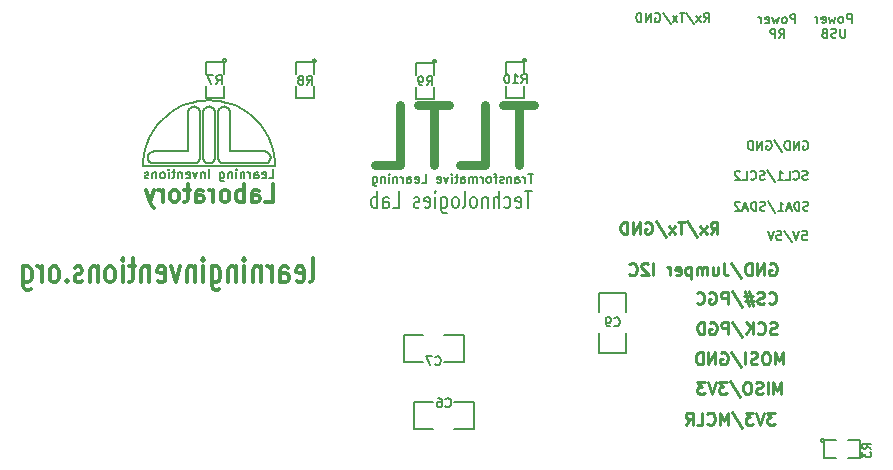
<source format=gbo>
G04 (created by PCBNEW-RS274X (2012-01-19 BZR 3256)-stable) date 30/5/2556 14:25:47*
G01*
G70*
G90*
%MOIN*%
G04 Gerber Fmt 3.4, Leading zero omitted, Abs format*
%FSLAX34Y34*%
G04 APERTURE LIST*
%ADD10C,0.006000*%
%ADD11C,0.007500*%
%ADD12C,0.012000*%
%ADD13C,0.010000*%
%ADD14C,0.030000*%
%ADD15C,0.005000*%
%ADD16C,0.005900*%
G04 APERTURE END LIST*
G54D10*
G54D11*
X66830Y-29907D02*
X66930Y-29765D01*
X67002Y-29907D02*
X67002Y-29607D01*
X66887Y-29607D01*
X66859Y-29622D01*
X66844Y-29636D01*
X66830Y-29665D01*
X66830Y-29707D01*
X66844Y-29736D01*
X66859Y-29750D01*
X66887Y-29765D01*
X67002Y-29765D01*
X66730Y-29907D02*
X66573Y-29707D01*
X66730Y-29707D02*
X66573Y-29907D01*
X66244Y-29593D02*
X66501Y-29979D01*
X66187Y-29607D02*
X66016Y-29607D01*
X66102Y-29907D02*
X66102Y-29607D01*
X65944Y-29907D02*
X65787Y-29707D01*
X65944Y-29707D02*
X65787Y-29907D01*
X65458Y-29593D02*
X65715Y-29979D01*
X65201Y-29622D02*
X65230Y-29607D01*
X65273Y-29607D01*
X65316Y-29622D01*
X65344Y-29650D01*
X65359Y-29679D01*
X65373Y-29736D01*
X65373Y-29779D01*
X65359Y-29836D01*
X65344Y-29865D01*
X65316Y-29893D01*
X65273Y-29907D01*
X65244Y-29907D01*
X65201Y-29893D01*
X65187Y-29879D01*
X65187Y-29779D01*
X65244Y-29779D01*
X65059Y-29907D02*
X65059Y-29607D01*
X64887Y-29907D01*
X64887Y-29607D01*
X64745Y-29907D02*
X64745Y-29607D01*
X64673Y-29607D01*
X64630Y-29622D01*
X64602Y-29650D01*
X64587Y-29679D01*
X64573Y-29736D01*
X64573Y-29779D01*
X64587Y-29836D01*
X64602Y-29865D01*
X64630Y-29893D01*
X64673Y-29907D01*
X64745Y-29907D01*
X69871Y-29943D02*
X69871Y-29643D01*
X69756Y-29643D01*
X69728Y-29658D01*
X69713Y-29672D01*
X69699Y-29701D01*
X69699Y-29743D01*
X69713Y-29772D01*
X69728Y-29786D01*
X69756Y-29801D01*
X69871Y-29801D01*
X69528Y-29943D02*
X69556Y-29929D01*
X69571Y-29915D01*
X69585Y-29886D01*
X69585Y-29801D01*
X69571Y-29772D01*
X69556Y-29758D01*
X69528Y-29743D01*
X69485Y-29743D01*
X69456Y-29758D01*
X69442Y-29772D01*
X69428Y-29801D01*
X69428Y-29886D01*
X69442Y-29915D01*
X69456Y-29929D01*
X69485Y-29943D01*
X69528Y-29943D01*
X69328Y-29743D02*
X69271Y-29943D01*
X69214Y-29801D01*
X69157Y-29943D01*
X69100Y-29743D01*
X68871Y-29929D02*
X68900Y-29943D01*
X68957Y-29943D01*
X68986Y-29929D01*
X69000Y-29901D01*
X69000Y-29786D01*
X68986Y-29758D01*
X68957Y-29743D01*
X68900Y-29743D01*
X68871Y-29758D01*
X68857Y-29786D01*
X68857Y-29815D01*
X69000Y-29843D01*
X68729Y-29943D02*
X68729Y-29743D01*
X68729Y-29801D02*
X68714Y-29772D01*
X68700Y-29758D01*
X68671Y-29743D01*
X68643Y-29743D01*
X69335Y-30438D02*
X69435Y-30296D01*
X69507Y-30438D02*
X69507Y-30138D01*
X69392Y-30138D01*
X69364Y-30153D01*
X69349Y-30167D01*
X69335Y-30196D01*
X69335Y-30238D01*
X69349Y-30267D01*
X69364Y-30281D01*
X69392Y-30296D01*
X69507Y-30296D01*
X69207Y-30438D02*
X69207Y-30138D01*
X69092Y-30138D01*
X69064Y-30153D01*
X69049Y-30167D01*
X69035Y-30196D01*
X69035Y-30238D01*
X69049Y-30267D01*
X69064Y-30281D01*
X69092Y-30296D01*
X69207Y-30296D01*
X71752Y-29934D02*
X71752Y-29634D01*
X71637Y-29634D01*
X71609Y-29649D01*
X71594Y-29663D01*
X71580Y-29692D01*
X71580Y-29734D01*
X71594Y-29763D01*
X71609Y-29777D01*
X71637Y-29792D01*
X71752Y-29792D01*
X71409Y-29934D02*
X71437Y-29920D01*
X71452Y-29906D01*
X71466Y-29877D01*
X71466Y-29792D01*
X71452Y-29763D01*
X71437Y-29749D01*
X71409Y-29734D01*
X71366Y-29734D01*
X71337Y-29749D01*
X71323Y-29763D01*
X71309Y-29792D01*
X71309Y-29877D01*
X71323Y-29906D01*
X71337Y-29920D01*
X71366Y-29934D01*
X71409Y-29934D01*
X71209Y-29734D02*
X71152Y-29934D01*
X71095Y-29792D01*
X71038Y-29934D01*
X70981Y-29734D01*
X70752Y-29920D02*
X70781Y-29934D01*
X70838Y-29934D01*
X70867Y-29920D01*
X70881Y-29892D01*
X70881Y-29777D01*
X70867Y-29749D01*
X70838Y-29734D01*
X70781Y-29734D01*
X70752Y-29749D01*
X70738Y-29777D01*
X70738Y-29806D01*
X70881Y-29834D01*
X70610Y-29934D02*
X70610Y-29734D01*
X70610Y-29792D02*
X70595Y-29763D01*
X70581Y-29749D01*
X70552Y-29734D01*
X70524Y-29734D01*
X71538Y-30129D02*
X71538Y-30372D01*
X71523Y-30401D01*
X71509Y-30415D01*
X71480Y-30429D01*
X71423Y-30429D01*
X71395Y-30415D01*
X71380Y-30401D01*
X71366Y-30372D01*
X71366Y-30129D01*
X71238Y-30415D02*
X71195Y-30429D01*
X71124Y-30429D01*
X71095Y-30415D01*
X71081Y-30401D01*
X71066Y-30372D01*
X71066Y-30344D01*
X71081Y-30315D01*
X71095Y-30301D01*
X71124Y-30287D01*
X71181Y-30272D01*
X71209Y-30258D01*
X71224Y-30244D01*
X71238Y-30215D01*
X71238Y-30187D01*
X71224Y-30158D01*
X71209Y-30144D01*
X71181Y-30129D01*
X71109Y-30129D01*
X71066Y-30144D01*
X70838Y-30272D02*
X70795Y-30287D01*
X70780Y-30301D01*
X70766Y-30329D01*
X70766Y-30372D01*
X70780Y-30401D01*
X70795Y-30415D01*
X70823Y-30429D01*
X70938Y-30429D01*
X70938Y-30129D01*
X70838Y-30129D01*
X70809Y-30144D01*
X70795Y-30158D01*
X70780Y-30187D01*
X70780Y-30215D01*
X70795Y-30244D01*
X70809Y-30258D01*
X70838Y-30272D01*
X70938Y-30272D01*
G54D12*
X53703Y-38589D02*
X53761Y-38551D01*
X53789Y-38475D01*
X53789Y-37789D01*
X53247Y-38551D02*
X53304Y-38589D01*
X53418Y-38589D01*
X53475Y-38551D01*
X53504Y-38475D01*
X53504Y-38170D01*
X53475Y-38094D01*
X53418Y-38055D01*
X53304Y-38055D01*
X53247Y-38094D01*
X53218Y-38170D01*
X53218Y-38246D01*
X53504Y-38322D01*
X52704Y-38589D02*
X52704Y-38170D01*
X52733Y-38094D01*
X52790Y-38055D01*
X52904Y-38055D01*
X52961Y-38094D01*
X52704Y-38551D02*
X52761Y-38589D01*
X52904Y-38589D01*
X52961Y-38551D01*
X52990Y-38475D01*
X52990Y-38398D01*
X52961Y-38322D01*
X52904Y-38284D01*
X52761Y-38284D01*
X52704Y-38246D01*
X52418Y-38589D02*
X52418Y-38055D01*
X52418Y-38208D02*
X52390Y-38132D01*
X52361Y-38094D01*
X52304Y-38055D01*
X52247Y-38055D01*
X52047Y-38055D02*
X52047Y-38589D01*
X52047Y-38132D02*
X52019Y-38094D01*
X51961Y-38055D01*
X51876Y-38055D01*
X51819Y-38094D01*
X51790Y-38170D01*
X51790Y-38589D01*
X51504Y-38589D02*
X51504Y-38055D01*
X51504Y-37789D02*
X51533Y-37827D01*
X51504Y-37865D01*
X51476Y-37827D01*
X51504Y-37789D01*
X51504Y-37865D01*
X51218Y-38055D02*
X51218Y-38589D01*
X51218Y-38132D02*
X51190Y-38094D01*
X51132Y-38055D01*
X51047Y-38055D01*
X50990Y-38094D01*
X50961Y-38170D01*
X50961Y-38589D01*
X50418Y-38055D02*
X50418Y-38703D01*
X50447Y-38779D01*
X50475Y-38817D01*
X50532Y-38855D01*
X50618Y-38855D01*
X50675Y-38817D01*
X50418Y-38551D02*
X50475Y-38589D01*
X50589Y-38589D01*
X50647Y-38551D01*
X50675Y-38513D01*
X50704Y-38436D01*
X50704Y-38208D01*
X50675Y-38132D01*
X50647Y-38094D01*
X50589Y-38055D01*
X50475Y-38055D01*
X50418Y-38094D01*
X50132Y-38589D02*
X50132Y-38055D01*
X50132Y-37789D02*
X50161Y-37827D01*
X50132Y-37865D01*
X50104Y-37827D01*
X50132Y-37789D01*
X50132Y-37865D01*
X49846Y-38055D02*
X49846Y-38589D01*
X49846Y-38132D02*
X49818Y-38094D01*
X49760Y-38055D01*
X49675Y-38055D01*
X49618Y-38094D01*
X49589Y-38170D01*
X49589Y-38589D01*
X49360Y-38055D02*
X49217Y-38589D01*
X49075Y-38055D01*
X48618Y-38551D02*
X48675Y-38589D01*
X48789Y-38589D01*
X48846Y-38551D01*
X48875Y-38475D01*
X48875Y-38170D01*
X48846Y-38094D01*
X48789Y-38055D01*
X48675Y-38055D01*
X48618Y-38094D01*
X48589Y-38170D01*
X48589Y-38246D01*
X48875Y-38322D01*
X48332Y-38055D02*
X48332Y-38589D01*
X48332Y-38132D02*
X48304Y-38094D01*
X48246Y-38055D01*
X48161Y-38055D01*
X48104Y-38094D01*
X48075Y-38170D01*
X48075Y-38589D01*
X47875Y-38055D02*
X47646Y-38055D01*
X47789Y-37789D02*
X47789Y-38475D01*
X47761Y-38551D01*
X47703Y-38589D01*
X47646Y-38589D01*
X47446Y-38589D02*
X47446Y-38055D01*
X47446Y-37789D02*
X47475Y-37827D01*
X47446Y-37865D01*
X47418Y-37827D01*
X47446Y-37789D01*
X47446Y-37865D01*
X47074Y-38589D02*
X47132Y-38551D01*
X47160Y-38513D01*
X47189Y-38436D01*
X47189Y-38208D01*
X47160Y-38132D01*
X47132Y-38094D01*
X47074Y-38055D01*
X46989Y-38055D01*
X46932Y-38094D01*
X46903Y-38132D01*
X46874Y-38208D01*
X46874Y-38436D01*
X46903Y-38513D01*
X46932Y-38551D01*
X46989Y-38589D01*
X47074Y-38589D01*
X46617Y-38055D02*
X46617Y-38589D01*
X46617Y-38132D02*
X46589Y-38094D01*
X46531Y-38055D01*
X46446Y-38055D01*
X46389Y-38094D01*
X46360Y-38170D01*
X46360Y-38589D01*
X46103Y-38551D02*
X46046Y-38589D01*
X45931Y-38589D01*
X45874Y-38551D01*
X45846Y-38475D01*
X45846Y-38436D01*
X45874Y-38360D01*
X45931Y-38322D01*
X46017Y-38322D01*
X46074Y-38284D01*
X46103Y-38208D01*
X46103Y-38170D01*
X46074Y-38094D01*
X46017Y-38055D01*
X45931Y-38055D01*
X45874Y-38094D01*
X45588Y-38513D02*
X45560Y-38551D01*
X45588Y-38589D01*
X45617Y-38551D01*
X45588Y-38513D01*
X45588Y-38589D01*
X45216Y-38589D02*
X45274Y-38551D01*
X45302Y-38513D01*
X45331Y-38436D01*
X45331Y-38208D01*
X45302Y-38132D01*
X45274Y-38094D01*
X45216Y-38055D01*
X45131Y-38055D01*
X45074Y-38094D01*
X45045Y-38132D01*
X45016Y-38208D01*
X45016Y-38436D01*
X45045Y-38513D01*
X45074Y-38551D01*
X45131Y-38589D01*
X45216Y-38589D01*
X44759Y-38589D02*
X44759Y-38055D01*
X44759Y-38208D02*
X44731Y-38132D01*
X44702Y-38094D01*
X44645Y-38055D01*
X44588Y-38055D01*
X44131Y-38055D02*
X44131Y-38703D01*
X44160Y-38779D01*
X44188Y-38817D01*
X44245Y-38855D01*
X44331Y-38855D01*
X44388Y-38817D01*
X44131Y-38551D02*
X44188Y-38589D01*
X44302Y-38589D01*
X44360Y-38551D01*
X44388Y-38513D01*
X44417Y-38436D01*
X44417Y-38208D01*
X44388Y-38132D01*
X44360Y-38094D01*
X44302Y-38055D01*
X44188Y-38055D01*
X44131Y-38094D01*
G54D13*
X67048Y-36975D02*
X67182Y-36784D01*
X67277Y-36975D02*
X67277Y-36575D01*
X67124Y-36575D01*
X67086Y-36594D01*
X67067Y-36613D01*
X67048Y-36651D01*
X67048Y-36708D01*
X67067Y-36746D01*
X67086Y-36765D01*
X67124Y-36784D01*
X67277Y-36784D01*
X66915Y-36975D02*
X66705Y-36708D01*
X66915Y-36708D02*
X66705Y-36975D01*
X66267Y-36556D02*
X66610Y-37070D01*
X66191Y-36575D02*
X65962Y-36575D01*
X66077Y-36975D02*
X66077Y-36575D01*
X65867Y-36975D02*
X65657Y-36708D01*
X65867Y-36708D02*
X65657Y-36975D01*
X65219Y-36556D02*
X65562Y-37070D01*
X64876Y-36594D02*
X64914Y-36575D01*
X64971Y-36575D01*
X65029Y-36594D01*
X65067Y-36632D01*
X65086Y-36670D01*
X65105Y-36746D01*
X65105Y-36803D01*
X65086Y-36880D01*
X65067Y-36918D01*
X65029Y-36956D01*
X64971Y-36975D01*
X64933Y-36975D01*
X64876Y-36956D01*
X64857Y-36937D01*
X64857Y-36803D01*
X64933Y-36803D01*
X64686Y-36975D02*
X64686Y-36575D01*
X64457Y-36975D01*
X64457Y-36575D01*
X64267Y-36975D02*
X64267Y-36575D01*
X64172Y-36575D01*
X64114Y-36594D01*
X64076Y-36632D01*
X64057Y-36670D01*
X64038Y-36746D01*
X64038Y-36803D01*
X64057Y-36880D01*
X64076Y-36918D01*
X64114Y-36956D01*
X64172Y-36975D01*
X64267Y-36975D01*
X69192Y-42931D02*
X68944Y-42931D01*
X69078Y-43083D01*
X69020Y-43083D01*
X68982Y-43102D01*
X68963Y-43121D01*
X68944Y-43159D01*
X68944Y-43255D01*
X68963Y-43293D01*
X68982Y-43312D01*
X69020Y-43331D01*
X69135Y-43331D01*
X69173Y-43312D01*
X69192Y-43293D01*
X68830Y-42931D02*
X68697Y-43331D01*
X68563Y-42931D01*
X68468Y-42931D02*
X68220Y-42931D01*
X68354Y-43083D01*
X68296Y-43083D01*
X68258Y-43102D01*
X68239Y-43121D01*
X68220Y-43159D01*
X68220Y-43255D01*
X68239Y-43293D01*
X68258Y-43312D01*
X68296Y-43331D01*
X68411Y-43331D01*
X68449Y-43312D01*
X68468Y-43293D01*
X67763Y-42912D02*
X68106Y-43426D01*
X67630Y-43331D02*
X67630Y-42931D01*
X67496Y-43217D01*
X67363Y-42931D01*
X67363Y-43331D01*
X66944Y-43293D02*
X66963Y-43312D01*
X67020Y-43331D01*
X67058Y-43331D01*
X67116Y-43312D01*
X67154Y-43274D01*
X67173Y-43236D01*
X67192Y-43159D01*
X67192Y-43102D01*
X67173Y-43026D01*
X67154Y-42988D01*
X67116Y-42950D01*
X67058Y-42931D01*
X67020Y-42931D01*
X66963Y-42950D01*
X66944Y-42969D01*
X66582Y-43331D02*
X66773Y-43331D01*
X66773Y-42931D01*
X66220Y-43331D02*
X66354Y-43140D01*
X66449Y-43331D02*
X66449Y-42931D01*
X66296Y-42931D01*
X66258Y-42950D01*
X66239Y-42969D01*
X66220Y-43007D01*
X66220Y-43064D01*
X66239Y-43102D01*
X66258Y-43121D01*
X66296Y-43140D01*
X66449Y-43140D01*
X69412Y-42309D02*
X69412Y-41909D01*
X69278Y-42195D01*
X69145Y-41909D01*
X69145Y-42309D01*
X68955Y-42309D02*
X68955Y-41909D01*
X68784Y-42290D02*
X68727Y-42309D01*
X68631Y-42309D01*
X68593Y-42290D01*
X68574Y-42271D01*
X68555Y-42233D01*
X68555Y-42195D01*
X68574Y-42157D01*
X68593Y-42137D01*
X68631Y-42118D01*
X68708Y-42099D01*
X68746Y-42080D01*
X68765Y-42061D01*
X68784Y-42023D01*
X68784Y-41985D01*
X68765Y-41947D01*
X68746Y-41928D01*
X68708Y-41909D01*
X68612Y-41909D01*
X68555Y-41928D01*
X68308Y-41909D02*
X68231Y-41909D01*
X68193Y-41928D01*
X68155Y-41966D01*
X68136Y-42042D01*
X68136Y-42176D01*
X68155Y-42252D01*
X68193Y-42290D01*
X68231Y-42309D01*
X68308Y-42309D01*
X68346Y-42290D01*
X68384Y-42252D01*
X68403Y-42176D01*
X68403Y-42042D01*
X68384Y-41966D01*
X68346Y-41928D01*
X68308Y-41909D01*
X67679Y-41890D02*
X68022Y-42404D01*
X67584Y-41909D02*
X67336Y-41909D01*
X67470Y-42061D01*
X67412Y-42061D01*
X67374Y-42080D01*
X67355Y-42099D01*
X67336Y-42137D01*
X67336Y-42233D01*
X67355Y-42271D01*
X67374Y-42290D01*
X67412Y-42309D01*
X67527Y-42309D01*
X67565Y-42290D01*
X67584Y-42271D01*
X67222Y-41909D02*
X67089Y-42309D01*
X66955Y-41909D01*
X66860Y-41909D02*
X66612Y-41909D01*
X66746Y-42061D01*
X66688Y-42061D01*
X66650Y-42080D01*
X66631Y-42099D01*
X66612Y-42137D01*
X66612Y-42233D01*
X66631Y-42271D01*
X66650Y-42290D01*
X66688Y-42309D01*
X66803Y-42309D01*
X66841Y-42290D01*
X66860Y-42271D01*
X69465Y-41315D02*
X69465Y-40915D01*
X69331Y-41201D01*
X69198Y-40915D01*
X69198Y-41315D01*
X68932Y-40915D02*
X68855Y-40915D01*
X68817Y-40934D01*
X68779Y-40972D01*
X68760Y-41048D01*
X68760Y-41182D01*
X68779Y-41258D01*
X68817Y-41296D01*
X68855Y-41315D01*
X68932Y-41315D01*
X68970Y-41296D01*
X69008Y-41258D01*
X69027Y-41182D01*
X69027Y-41048D01*
X69008Y-40972D01*
X68970Y-40934D01*
X68932Y-40915D01*
X68608Y-41296D02*
X68551Y-41315D01*
X68455Y-41315D01*
X68417Y-41296D01*
X68398Y-41277D01*
X68379Y-41239D01*
X68379Y-41201D01*
X68398Y-41163D01*
X68417Y-41143D01*
X68455Y-41124D01*
X68532Y-41105D01*
X68570Y-41086D01*
X68589Y-41067D01*
X68608Y-41029D01*
X68608Y-40991D01*
X68589Y-40953D01*
X68570Y-40934D01*
X68532Y-40915D01*
X68436Y-40915D01*
X68379Y-40934D01*
X68208Y-41315D02*
X68208Y-40915D01*
X67732Y-40896D02*
X68075Y-41410D01*
X67389Y-40934D02*
X67427Y-40915D01*
X67484Y-40915D01*
X67542Y-40934D01*
X67580Y-40972D01*
X67599Y-41010D01*
X67618Y-41086D01*
X67618Y-41143D01*
X67599Y-41220D01*
X67580Y-41258D01*
X67542Y-41296D01*
X67484Y-41315D01*
X67446Y-41315D01*
X67389Y-41296D01*
X67370Y-41277D01*
X67370Y-41143D01*
X67446Y-41143D01*
X67199Y-41315D02*
X67199Y-40915D01*
X66970Y-41315D01*
X66970Y-40915D01*
X66780Y-41315D02*
X66780Y-40915D01*
X66685Y-40915D01*
X66627Y-40934D01*
X66589Y-40972D01*
X66570Y-41010D01*
X66551Y-41086D01*
X66551Y-41143D01*
X66570Y-41220D01*
X66589Y-41258D01*
X66627Y-41296D01*
X66685Y-41315D01*
X66780Y-41315D01*
X69254Y-40293D02*
X69197Y-40312D01*
X69101Y-40312D01*
X69063Y-40293D01*
X69044Y-40274D01*
X69025Y-40236D01*
X69025Y-40198D01*
X69044Y-40160D01*
X69063Y-40140D01*
X69101Y-40121D01*
X69178Y-40102D01*
X69216Y-40083D01*
X69235Y-40064D01*
X69254Y-40026D01*
X69254Y-39988D01*
X69235Y-39950D01*
X69216Y-39931D01*
X69178Y-39912D01*
X69082Y-39912D01*
X69025Y-39931D01*
X68625Y-40274D02*
X68644Y-40293D01*
X68701Y-40312D01*
X68739Y-40312D01*
X68797Y-40293D01*
X68835Y-40255D01*
X68854Y-40217D01*
X68873Y-40140D01*
X68873Y-40083D01*
X68854Y-40007D01*
X68835Y-39969D01*
X68797Y-39931D01*
X68739Y-39912D01*
X68701Y-39912D01*
X68644Y-39931D01*
X68625Y-39950D01*
X68454Y-40312D02*
X68454Y-39912D01*
X68225Y-40312D02*
X68397Y-40083D01*
X68225Y-39912D02*
X68454Y-40140D01*
X67768Y-39893D02*
X68111Y-40407D01*
X67635Y-40312D02*
X67635Y-39912D01*
X67482Y-39912D01*
X67444Y-39931D01*
X67425Y-39950D01*
X67406Y-39988D01*
X67406Y-40045D01*
X67425Y-40083D01*
X67444Y-40102D01*
X67482Y-40121D01*
X67635Y-40121D01*
X67025Y-39931D02*
X67063Y-39912D01*
X67120Y-39912D01*
X67178Y-39931D01*
X67216Y-39969D01*
X67235Y-40007D01*
X67254Y-40083D01*
X67254Y-40140D01*
X67235Y-40217D01*
X67216Y-40255D01*
X67178Y-40293D01*
X67120Y-40312D01*
X67082Y-40312D01*
X67025Y-40293D01*
X67006Y-40274D01*
X67006Y-40140D01*
X67082Y-40140D01*
X66835Y-40312D02*
X66835Y-39912D01*
X66740Y-39912D01*
X66682Y-39931D01*
X66644Y-39969D01*
X66625Y-40007D01*
X66606Y-40083D01*
X66606Y-40140D01*
X66625Y-40217D01*
X66644Y-40255D01*
X66682Y-40293D01*
X66740Y-40312D01*
X66835Y-40312D01*
X69029Y-37966D02*
X69067Y-37947D01*
X69124Y-37947D01*
X69182Y-37966D01*
X69220Y-38004D01*
X69239Y-38042D01*
X69258Y-38118D01*
X69258Y-38175D01*
X69239Y-38252D01*
X69220Y-38290D01*
X69182Y-38328D01*
X69124Y-38347D01*
X69086Y-38347D01*
X69029Y-38328D01*
X69010Y-38309D01*
X69010Y-38175D01*
X69086Y-38175D01*
X68839Y-38347D02*
X68839Y-37947D01*
X68610Y-38347D01*
X68610Y-37947D01*
X68420Y-38347D02*
X68420Y-37947D01*
X68325Y-37947D01*
X68267Y-37966D01*
X68229Y-38004D01*
X68210Y-38042D01*
X68191Y-38118D01*
X68191Y-38175D01*
X68210Y-38252D01*
X68229Y-38290D01*
X68267Y-38328D01*
X68325Y-38347D01*
X68420Y-38347D01*
X67734Y-37928D02*
X68077Y-38442D01*
X67486Y-37947D02*
X67486Y-38233D01*
X67506Y-38290D01*
X67544Y-38328D01*
X67601Y-38347D01*
X67639Y-38347D01*
X67124Y-38080D02*
X67124Y-38347D01*
X67296Y-38080D02*
X67296Y-38290D01*
X67277Y-38328D01*
X67239Y-38347D01*
X67181Y-38347D01*
X67143Y-38328D01*
X67124Y-38309D01*
X66934Y-38347D02*
X66934Y-38080D01*
X66934Y-38118D02*
X66915Y-38099D01*
X66877Y-38080D01*
X66819Y-38080D01*
X66781Y-38099D01*
X66762Y-38137D01*
X66762Y-38347D01*
X66762Y-38137D02*
X66743Y-38099D01*
X66705Y-38080D01*
X66648Y-38080D01*
X66610Y-38099D01*
X66591Y-38137D01*
X66591Y-38347D01*
X66401Y-38080D02*
X66401Y-38480D01*
X66401Y-38099D02*
X66363Y-38080D01*
X66286Y-38080D01*
X66248Y-38099D01*
X66229Y-38118D01*
X66210Y-38156D01*
X66210Y-38271D01*
X66229Y-38309D01*
X66248Y-38328D01*
X66286Y-38347D01*
X66363Y-38347D01*
X66401Y-38328D01*
X65886Y-38328D02*
X65924Y-38347D01*
X66001Y-38347D01*
X66039Y-38328D01*
X66058Y-38290D01*
X66058Y-38137D01*
X66039Y-38099D01*
X66001Y-38080D01*
X65924Y-38080D01*
X65886Y-38099D01*
X65867Y-38137D01*
X65867Y-38175D01*
X66058Y-38214D01*
X65696Y-38347D02*
X65696Y-38080D01*
X65696Y-38156D02*
X65677Y-38118D01*
X65658Y-38099D01*
X65620Y-38080D01*
X65581Y-38080D01*
X65143Y-38347D02*
X65143Y-37947D01*
X64972Y-37985D02*
X64953Y-37966D01*
X64915Y-37947D01*
X64819Y-37947D01*
X64781Y-37966D01*
X64762Y-37985D01*
X64743Y-38023D01*
X64743Y-38061D01*
X64762Y-38118D01*
X64991Y-38347D01*
X64743Y-38347D01*
X64343Y-38309D02*
X64362Y-38328D01*
X64419Y-38347D01*
X64457Y-38347D01*
X64515Y-38328D01*
X64553Y-38290D01*
X64572Y-38252D01*
X64591Y-38175D01*
X64591Y-38118D01*
X64572Y-38042D01*
X64553Y-38004D01*
X64515Y-37966D01*
X64457Y-37947D01*
X64419Y-37947D01*
X64362Y-37966D01*
X64343Y-37985D01*
X68990Y-39268D02*
X69009Y-39287D01*
X69066Y-39306D01*
X69104Y-39306D01*
X69162Y-39287D01*
X69200Y-39249D01*
X69219Y-39211D01*
X69238Y-39134D01*
X69238Y-39077D01*
X69219Y-39001D01*
X69200Y-38963D01*
X69162Y-38925D01*
X69104Y-38906D01*
X69066Y-38906D01*
X69009Y-38925D01*
X68990Y-38944D01*
X68838Y-39287D02*
X68781Y-39306D01*
X68685Y-39306D01*
X68647Y-39287D01*
X68628Y-39268D01*
X68609Y-39230D01*
X68609Y-39192D01*
X68628Y-39154D01*
X68647Y-39134D01*
X68685Y-39115D01*
X68762Y-39096D01*
X68800Y-39077D01*
X68819Y-39058D01*
X68838Y-39020D01*
X68838Y-38982D01*
X68819Y-38944D01*
X68800Y-38925D01*
X68762Y-38906D01*
X68666Y-38906D01*
X68609Y-38925D01*
X68457Y-39039D02*
X68171Y-39039D01*
X68343Y-38868D02*
X68457Y-39382D01*
X68209Y-39211D02*
X68495Y-39211D01*
X68323Y-39382D02*
X68209Y-38868D01*
X67752Y-38887D02*
X68095Y-39401D01*
X67619Y-39306D02*
X67619Y-38906D01*
X67466Y-38906D01*
X67428Y-38925D01*
X67409Y-38944D01*
X67390Y-38982D01*
X67390Y-39039D01*
X67409Y-39077D01*
X67428Y-39096D01*
X67466Y-39115D01*
X67619Y-39115D01*
X67009Y-38925D02*
X67047Y-38906D01*
X67104Y-38906D01*
X67162Y-38925D01*
X67200Y-38963D01*
X67219Y-39001D01*
X67238Y-39077D01*
X67238Y-39134D01*
X67219Y-39211D01*
X67200Y-39249D01*
X67162Y-39287D01*
X67104Y-39306D01*
X67066Y-39306D01*
X67009Y-39287D01*
X66990Y-39268D01*
X66990Y-39134D01*
X67066Y-39134D01*
X66590Y-39268D02*
X66609Y-39287D01*
X66666Y-39306D01*
X66704Y-39306D01*
X66762Y-39287D01*
X66800Y-39249D01*
X66819Y-39211D01*
X66838Y-39134D01*
X66838Y-39077D01*
X66819Y-39001D01*
X66800Y-38963D01*
X66762Y-38925D01*
X66704Y-38906D01*
X66666Y-38906D01*
X66609Y-38925D01*
X66590Y-38944D01*
G54D11*
X70108Y-36879D02*
X70251Y-36879D01*
X70265Y-37022D01*
X70251Y-37008D01*
X70222Y-36994D01*
X70151Y-36994D01*
X70122Y-37008D01*
X70108Y-37022D01*
X70093Y-37051D01*
X70093Y-37122D01*
X70108Y-37151D01*
X70122Y-37165D01*
X70151Y-37179D01*
X70222Y-37179D01*
X70251Y-37165D01*
X70265Y-37151D01*
X70007Y-36879D02*
X69907Y-37179D01*
X69807Y-36879D01*
X69493Y-36865D02*
X69750Y-37251D01*
X69251Y-36879D02*
X69394Y-36879D01*
X69408Y-37022D01*
X69394Y-37008D01*
X69365Y-36994D01*
X69294Y-36994D01*
X69265Y-37008D01*
X69251Y-37022D01*
X69236Y-37051D01*
X69236Y-37122D01*
X69251Y-37151D01*
X69265Y-37165D01*
X69294Y-37179D01*
X69365Y-37179D01*
X69394Y-37165D01*
X69408Y-37151D01*
X69150Y-36879D02*
X69050Y-37179D01*
X68950Y-36879D01*
X70309Y-36179D02*
X70266Y-36193D01*
X70195Y-36193D01*
X70166Y-36179D01*
X70152Y-36165D01*
X70137Y-36136D01*
X70137Y-36108D01*
X70152Y-36079D01*
X70166Y-36065D01*
X70195Y-36051D01*
X70252Y-36036D01*
X70280Y-36022D01*
X70295Y-36008D01*
X70309Y-35979D01*
X70309Y-35951D01*
X70295Y-35922D01*
X70280Y-35908D01*
X70252Y-35893D01*
X70180Y-35893D01*
X70137Y-35908D01*
X70009Y-36193D02*
X70009Y-35893D01*
X69937Y-35893D01*
X69894Y-35908D01*
X69866Y-35936D01*
X69851Y-35965D01*
X69837Y-36022D01*
X69837Y-36065D01*
X69851Y-36122D01*
X69866Y-36151D01*
X69894Y-36179D01*
X69937Y-36193D01*
X70009Y-36193D01*
X69723Y-36108D02*
X69580Y-36108D01*
X69751Y-36193D02*
X69651Y-35893D01*
X69551Y-36193D01*
X69294Y-36193D02*
X69466Y-36193D01*
X69380Y-36193D02*
X69380Y-35893D01*
X69409Y-35936D01*
X69437Y-35965D01*
X69466Y-35979D01*
X68951Y-35879D02*
X69208Y-36265D01*
X68866Y-36179D02*
X68823Y-36193D01*
X68752Y-36193D01*
X68723Y-36179D01*
X68709Y-36165D01*
X68694Y-36136D01*
X68694Y-36108D01*
X68709Y-36079D01*
X68723Y-36065D01*
X68752Y-36051D01*
X68809Y-36036D01*
X68837Y-36022D01*
X68852Y-36008D01*
X68866Y-35979D01*
X68866Y-35951D01*
X68852Y-35922D01*
X68837Y-35908D01*
X68809Y-35893D01*
X68737Y-35893D01*
X68694Y-35908D01*
X68566Y-36193D02*
X68566Y-35893D01*
X68494Y-35893D01*
X68451Y-35908D01*
X68423Y-35936D01*
X68408Y-35965D01*
X68394Y-36022D01*
X68394Y-36065D01*
X68408Y-36122D01*
X68423Y-36151D01*
X68451Y-36179D01*
X68494Y-36193D01*
X68566Y-36193D01*
X68280Y-36108D02*
X68137Y-36108D01*
X68308Y-36193D02*
X68208Y-35893D01*
X68108Y-36193D01*
X68023Y-35922D02*
X68009Y-35908D01*
X67980Y-35893D01*
X67909Y-35893D01*
X67880Y-35908D01*
X67866Y-35922D01*
X67851Y-35951D01*
X67851Y-35979D01*
X67866Y-36022D01*
X68037Y-36193D01*
X67851Y-36193D01*
X70284Y-35149D02*
X70241Y-35163D01*
X70170Y-35163D01*
X70141Y-35149D01*
X70127Y-35135D01*
X70112Y-35106D01*
X70112Y-35078D01*
X70127Y-35049D01*
X70141Y-35035D01*
X70170Y-35021D01*
X70227Y-35006D01*
X70255Y-34992D01*
X70270Y-34978D01*
X70284Y-34949D01*
X70284Y-34921D01*
X70270Y-34892D01*
X70255Y-34878D01*
X70227Y-34863D01*
X70155Y-34863D01*
X70112Y-34878D01*
X69812Y-35135D02*
X69826Y-35149D01*
X69869Y-35163D01*
X69898Y-35163D01*
X69941Y-35149D01*
X69969Y-35121D01*
X69984Y-35092D01*
X69998Y-35035D01*
X69998Y-34992D01*
X69984Y-34935D01*
X69969Y-34906D01*
X69941Y-34878D01*
X69898Y-34863D01*
X69869Y-34863D01*
X69826Y-34878D01*
X69812Y-34892D01*
X69541Y-35163D02*
X69684Y-35163D01*
X69684Y-34863D01*
X69283Y-35163D02*
X69455Y-35163D01*
X69369Y-35163D02*
X69369Y-34863D01*
X69398Y-34906D01*
X69426Y-34935D01*
X69455Y-34949D01*
X68940Y-34849D02*
X69197Y-35235D01*
X68855Y-35149D02*
X68812Y-35163D01*
X68741Y-35163D01*
X68712Y-35149D01*
X68698Y-35135D01*
X68683Y-35106D01*
X68683Y-35078D01*
X68698Y-35049D01*
X68712Y-35035D01*
X68741Y-35021D01*
X68798Y-35006D01*
X68826Y-34992D01*
X68841Y-34978D01*
X68855Y-34949D01*
X68855Y-34921D01*
X68841Y-34892D01*
X68826Y-34878D01*
X68798Y-34863D01*
X68726Y-34863D01*
X68683Y-34878D01*
X68383Y-35135D02*
X68397Y-35149D01*
X68440Y-35163D01*
X68469Y-35163D01*
X68512Y-35149D01*
X68540Y-35121D01*
X68555Y-35092D01*
X68569Y-35035D01*
X68569Y-34992D01*
X68555Y-34935D01*
X68540Y-34906D01*
X68512Y-34878D01*
X68469Y-34863D01*
X68440Y-34863D01*
X68397Y-34878D01*
X68383Y-34892D01*
X68112Y-35163D02*
X68255Y-35163D01*
X68255Y-34863D01*
X68026Y-34892D02*
X68012Y-34878D01*
X67983Y-34863D01*
X67912Y-34863D01*
X67883Y-34878D01*
X67869Y-34892D01*
X67854Y-34921D01*
X67854Y-34949D01*
X67869Y-34992D01*
X68040Y-35163D01*
X67854Y-35163D01*
X70135Y-33877D02*
X70164Y-33862D01*
X70207Y-33862D01*
X70250Y-33877D01*
X70278Y-33905D01*
X70293Y-33934D01*
X70307Y-33991D01*
X70307Y-34034D01*
X70293Y-34091D01*
X70278Y-34120D01*
X70250Y-34148D01*
X70207Y-34162D01*
X70178Y-34162D01*
X70135Y-34148D01*
X70121Y-34134D01*
X70121Y-34034D01*
X70178Y-34034D01*
X69993Y-34162D02*
X69993Y-33862D01*
X69821Y-34162D01*
X69821Y-33862D01*
X69679Y-34162D02*
X69679Y-33862D01*
X69607Y-33862D01*
X69564Y-33877D01*
X69536Y-33905D01*
X69521Y-33934D01*
X69507Y-33991D01*
X69507Y-34034D01*
X69521Y-34091D01*
X69536Y-34120D01*
X69564Y-34148D01*
X69607Y-34162D01*
X69679Y-34162D01*
X69164Y-33848D02*
X69421Y-34234D01*
X68907Y-33877D02*
X68936Y-33862D01*
X68979Y-33862D01*
X69022Y-33877D01*
X69050Y-33905D01*
X69065Y-33934D01*
X69079Y-33991D01*
X69079Y-34034D01*
X69065Y-34091D01*
X69050Y-34120D01*
X69022Y-34148D01*
X68979Y-34162D01*
X68950Y-34162D01*
X68907Y-34148D01*
X68893Y-34134D01*
X68893Y-34034D01*
X68950Y-34034D01*
X68765Y-34162D02*
X68765Y-33862D01*
X68593Y-34162D01*
X68593Y-33862D01*
X68451Y-34162D02*
X68451Y-33862D01*
X68379Y-33862D01*
X68336Y-33877D01*
X68308Y-33905D01*
X68293Y-33934D01*
X68279Y-33991D01*
X68279Y-34034D01*
X68293Y-34091D01*
X68308Y-34120D01*
X68336Y-34148D01*
X68379Y-34162D01*
X68451Y-34162D01*
X61095Y-35553D02*
X60855Y-35553D01*
X60975Y-36103D02*
X60975Y-35553D01*
X60555Y-36076D02*
X60595Y-36103D01*
X60675Y-36103D01*
X60715Y-36076D01*
X60735Y-36024D01*
X60735Y-35815D01*
X60715Y-35762D01*
X60675Y-35736D01*
X60595Y-35736D01*
X60555Y-35762D01*
X60535Y-35815D01*
X60535Y-35867D01*
X60735Y-35919D01*
X60175Y-36076D02*
X60215Y-36103D01*
X60295Y-36103D01*
X60335Y-36076D01*
X60355Y-36050D01*
X60375Y-35998D01*
X60375Y-35841D01*
X60355Y-35788D01*
X60335Y-35762D01*
X60295Y-35736D01*
X60215Y-35736D01*
X60175Y-35762D01*
X59995Y-36103D02*
X59995Y-35553D01*
X59815Y-36103D02*
X59815Y-35815D01*
X59835Y-35762D01*
X59875Y-35736D01*
X59935Y-35736D01*
X59975Y-35762D01*
X59995Y-35788D01*
X59615Y-35736D02*
X59615Y-36103D01*
X59615Y-35788D02*
X59595Y-35762D01*
X59555Y-35736D01*
X59495Y-35736D01*
X59455Y-35762D01*
X59435Y-35815D01*
X59435Y-36103D01*
X59175Y-36103D02*
X59215Y-36076D01*
X59235Y-36050D01*
X59255Y-35998D01*
X59255Y-35841D01*
X59235Y-35788D01*
X59215Y-35762D01*
X59175Y-35736D01*
X59115Y-35736D01*
X59075Y-35762D01*
X59055Y-35788D01*
X59035Y-35841D01*
X59035Y-35998D01*
X59055Y-36050D01*
X59075Y-36076D01*
X59115Y-36103D01*
X59175Y-36103D01*
X58795Y-36103D02*
X58835Y-36076D01*
X58855Y-36024D01*
X58855Y-35553D01*
X58575Y-36103D02*
X58615Y-36076D01*
X58635Y-36050D01*
X58655Y-35998D01*
X58655Y-35841D01*
X58635Y-35788D01*
X58615Y-35762D01*
X58575Y-35736D01*
X58515Y-35736D01*
X58475Y-35762D01*
X58455Y-35788D01*
X58435Y-35841D01*
X58435Y-35998D01*
X58455Y-36050D01*
X58475Y-36076D01*
X58515Y-36103D01*
X58575Y-36103D01*
X58075Y-35736D02*
X58075Y-36181D01*
X58095Y-36234D01*
X58115Y-36260D01*
X58155Y-36286D01*
X58215Y-36286D01*
X58255Y-36260D01*
X58075Y-36076D02*
X58115Y-36103D01*
X58195Y-36103D01*
X58235Y-36076D01*
X58255Y-36050D01*
X58275Y-35998D01*
X58275Y-35841D01*
X58255Y-35788D01*
X58235Y-35762D01*
X58195Y-35736D01*
X58115Y-35736D01*
X58075Y-35762D01*
X57875Y-36103D02*
X57875Y-35736D01*
X57875Y-35553D02*
X57895Y-35579D01*
X57875Y-35605D01*
X57855Y-35579D01*
X57875Y-35553D01*
X57875Y-35605D01*
X57515Y-36076D02*
X57555Y-36103D01*
X57635Y-36103D01*
X57675Y-36076D01*
X57695Y-36024D01*
X57695Y-35815D01*
X57675Y-35762D01*
X57635Y-35736D01*
X57555Y-35736D01*
X57515Y-35762D01*
X57495Y-35815D01*
X57495Y-35867D01*
X57695Y-35919D01*
X57335Y-36076D02*
X57295Y-36103D01*
X57215Y-36103D01*
X57175Y-36076D01*
X57155Y-36024D01*
X57155Y-35998D01*
X57175Y-35945D01*
X57215Y-35919D01*
X57275Y-35919D01*
X57315Y-35893D01*
X57335Y-35841D01*
X57335Y-35815D01*
X57315Y-35762D01*
X57275Y-35736D01*
X57215Y-35736D01*
X57175Y-35762D01*
X56455Y-36103D02*
X56655Y-36103D01*
X56655Y-35553D01*
X56135Y-36103D02*
X56135Y-35815D01*
X56155Y-35762D01*
X56195Y-35736D01*
X56275Y-35736D01*
X56315Y-35762D01*
X56135Y-36076D02*
X56175Y-36103D01*
X56275Y-36103D01*
X56315Y-36076D01*
X56335Y-36024D01*
X56335Y-35972D01*
X56315Y-35919D01*
X56275Y-35893D01*
X56175Y-35893D01*
X56135Y-35867D01*
X55935Y-36103D02*
X55935Y-35553D01*
X55935Y-35762D02*
X55895Y-35736D01*
X55815Y-35736D01*
X55775Y-35762D01*
X55755Y-35788D01*
X55735Y-35841D01*
X55735Y-35998D01*
X55755Y-36050D01*
X55775Y-36076D01*
X55815Y-36103D01*
X55895Y-36103D01*
X55935Y-36076D01*
X61131Y-34966D02*
X60960Y-34966D01*
X61046Y-35266D02*
X61046Y-34966D01*
X60860Y-35266D02*
X60860Y-35066D01*
X60860Y-35124D02*
X60845Y-35095D01*
X60831Y-35081D01*
X60802Y-35066D01*
X60774Y-35066D01*
X60545Y-35266D02*
X60545Y-35109D01*
X60559Y-35081D01*
X60588Y-35066D01*
X60645Y-35066D01*
X60674Y-35081D01*
X60545Y-35252D02*
X60574Y-35266D01*
X60645Y-35266D01*
X60674Y-35252D01*
X60688Y-35224D01*
X60688Y-35195D01*
X60674Y-35166D01*
X60645Y-35152D01*
X60574Y-35152D01*
X60545Y-35138D01*
X60403Y-35066D02*
X60403Y-35266D01*
X60403Y-35095D02*
X60388Y-35081D01*
X60360Y-35066D01*
X60317Y-35066D01*
X60288Y-35081D01*
X60274Y-35109D01*
X60274Y-35266D01*
X60146Y-35252D02*
X60117Y-35266D01*
X60060Y-35266D01*
X60032Y-35252D01*
X60017Y-35224D01*
X60017Y-35209D01*
X60032Y-35181D01*
X60060Y-35166D01*
X60103Y-35166D01*
X60132Y-35152D01*
X60146Y-35124D01*
X60146Y-35109D01*
X60132Y-35081D01*
X60103Y-35066D01*
X60060Y-35066D01*
X60032Y-35081D01*
X59931Y-35066D02*
X59817Y-35066D01*
X59889Y-35266D02*
X59889Y-35009D01*
X59874Y-34981D01*
X59846Y-34966D01*
X59817Y-34966D01*
X59675Y-35266D02*
X59703Y-35252D01*
X59718Y-35238D01*
X59732Y-35209D01*
X59732Y-35124D01*
X59718Y-35095D01*
X59703Y-35081D01*
X59675Y-35066D01*
X59632Y-35066D01*
X59603Y-35081D01*
X59589Y-35095D01*
X59575Y-35124D01*
X59575Y-35209D01*
X59589Y-35238D01*
X59603Y-35252D01*
X59632Y-35266D01*
X59675Y-35266D01*
X59447Y-35266D02*
X59447Y-35066D01*
X59447Y-35124D02*
X59432Y-35095D01*
X59418Y-35081D01*
X59389Y-35066D01*
X59361Y-35066D01*
X59261Y-35266D02*
X59261Y-35066D01*
X59261Y-35095D02*
X59246Y-35081D01*
X59218Y-35066D01*
X59175Y-35066D01*
X59146Y-35081D01*
X59132Y-35109D01*
X59132Y-35266D01*
X59132Y-35109D02*
X59118Y-35081D01*
X59089Y-35066D01*
X59046Y-35066D01*
X59018Y-35081D01*
X59003Y-35109D01*
X59003Y-35266D01*
X58732Y-35266D02*
X58732Y-35109D01*
X58746Y-35081D01*
X58775Y-35066D01*
X58832Y-35066D01*
X58861Y-35081D01*
X58732Y-35252D02*
X58761Y-35266D01*
X58832Y-35266D01*
X58861Y-35252D01*
X58875Y-35224D01*
X58875Y-35195D01*
X58861Y-35166D01*
X58832Y-35152D01*
X58761Y-35152D01*
X58732Y-35138D01*
X58632Y-35066D02*
X58518Y-35066D01*
X58590Y-34966D02*
X58590Y-35224D01*
X58575Y-35252D01*
X58547Y-35266D01*
X58518Y-35266D01*
X58419Y-35266D02*
X58419Y-35066D01*
X58419Y-34966D02*
X58433Y-34981D01*
X58419Y-34995D01*
X58404Y-34981D01*
X58419Y-34966D01*
X58419Y-34995D01*
X58304Y-35066D02*
X58233Y-35266D01*
X58161Y-35066D01*
X57932Y-35252D02*
X57961Y-35266D01*
X58018Y-35266D01*
X58047Y-35252D01*
X58061Y-35224D01*
X58061Y-35109D01*
X58047Y-35081D01*
X58018Y-35066D01*
X57961Y-35066D01*
X57932Y-35081D01*
X57918Y-35109D01*
X57918Y-35138D01*
X58061Y-35166D01*
X57418Y-35266D02*
X57561Y-35266D01*
X57561Y-34966D01*
X57203Y-35252D02*
X57232Y-35266D01*
X57289Y-35266D01*
X57318Y-35252D01*
X57332Y-35224D01*
X57332Y-35109D01*
X57318Y-35081D01*
X57289Y-35066D01*
X57232Y-35066D01*
X57203Y-35081D01*
X57189Y-35109D01*
X57189Y-35138D01*
X57332Y-35166D01*
X56932Y-35266D02*
X56932Y-35109D01*
X56946Y-35081D01*
X56975Y-35066D01*
X57032Y-35066D01*
X57061Y-35081D01*
X56932Y-35252D02*
X56961Y-35266D01*
X57032Y-35266D01*
X57061Y-35252D01*
X57075Y-35224D01*
X57075Y-35195D01*
X57061Y-35166D01*
X57032Y-35152D01*
X56961Y-35152D01*
X56932Y-35138D01*
X56790Y-35266D02*
X56790Y-35066D01*
X56790Y-35124D02*
X56775Y-35095D01*
X56761Y-35081D01*
X56732Y-35066D01*
X56704Y-35066D01*
X56604Y-35066D02*
X56604Y-35266D01*
X56604Y-35095D02*
X56589Y-35081D01*
X56561Y-35066D01*
X56518Y-35066D01*
X56489Y-35081D01*
X56475Y-35109D01*
X56475Y-35266D01*
X56333Y-35266D02*
X56333Y-35066D01*
X56333Y-34966D02*
X56347Y-34981D01*
X56333Y-34995D01*
X56318Y-34981D01*
X56333Y-34966D01*
X56333Y-34995D01*
X56190Y-35066D02*
X56190Y-35266D01*
X56190Y-35095D02*
X56175Y-35081D01*
X56147Y-35066D01*
X56104Y-35066D01*
X56075Y-35081D01*
X56061Y-35109D01*
X56061Y-35266D01*
X55790Y-35066D02*
X55790Y-35309D01*
X55804Y-35338D01*
X55819Y-35352D01*
X55847Y-35366D01*
X55890Y-35366D01*
X55919Y-35352D01*
X55790Y-35252D02*
X55819Y-35266D01*
X55876Y-35266D01*
X55904Y-35252D01*
X55919Y-35238D01*
X55933Y-35209D01*
X55933Y-35124D01*
X55919Y-35095D01*
X55904Y-35081D01*
X55876Y-35066D01*
X55819Y-35066D01*
X55790Y-35081D01*
G54D14*
X61167Y-32660D02*
X60138Y-32660D01*
X60652Y-34660D02*
X60652Y-32660D01*
X58681Y-34660D02*
X59538Y-34660D01*
X59538Y-32660D01*
X58339Y-32660D02*
X57310Y-32660D01*
X57824Y-34660D02*
X57824Y-32660D01*
X55853Y-34660D02*
X56710Y-34660D01*
X56710Y-32660D01*
G54D15*
X57158Y-43458D02*
X57158Y-42558D01*
X57158Y-42558D02*
X57808Y-42558D01*
X58508Y-43458D02*
X59158Y-43458D01*
X59158Y-43458D02*
X59158Y-42558D01*
X59158Y-42558D02*
X58508Y-42558D01*
X57808Y-43458D02*
X57158Y-43458D01*
X56816Y-41229D02*
X56816Y-40329D01*
X56816Y-40329D02*
X57466Y-40329D01*
X58166Y-41229D02*
X58816Y-41229D01*
X58816Y-41229D02*
X58816Y-40329D01*
X58816Y-40329D02*
X58166Y-40329D01*
X57466Y-41229D02*
X56816Y-41229D01*
X63333Y-38933D02*
X64233Y-38933D01*
X64233Y-38933D02*
X64233Y-39583D01*
X63333Y-40283D02*
X63333Y-40933D01*
X63333Y-40933D02*
X64233Y-40933D01*
X64233Y-40933D02*
X64233Y-40283D01*
X63333Y-39583D02*
X63333Y-38933D01*
X70820Y-43842D02*
X70819Y-43851D01*
X70816Y-43861D01*
X70811Y-43869D01*
X70805Y-43877D01*
X70797Y-43883D01*
X70789Y-43888D01*
X70780Y-43890D01*
X70770Y-43891D01*
X70761Y-43891D01*
X70752Y-43888D01*
X70743Y-43883D01*
X70736Y-43877D01*
X70729Y-43870D01*
X70725Y-43861D01*
X70722Y-43852D01*
X70721Y-43842D01*
X70721Y-43833D01*
X70724Y-43824D01*
X70728Y-43815D01*
X70735Y-43808D01*
X70742Y-43801D01*
X70750Y-43797D01*
X70760Y-43794D01*
X70769Y-43793D01*
X70778Y-43793D01*
X70788Y-43796D01*
X70796Y-43800D01*
X70804Y-43806D01*
X70810Y-43814D01*
X70815Y-43822D01*
X70818Y-43831D01*
X70819Y-43841D01*
X70820Y-43842D01*
X71220Y-43842D02*
X70820Y-43842D01*
X70820Y-43842D02*
X70820Y-44442D01*
X70820Y-44442D02*
X71220Y-44442D01*
X71620Y-44442D02*
X72020Y-44442D01*
X72020Y-44442D02*
X72020Y-43842D01*
X72020Y-43842D02*
X71620Y-43842D01*
X50894Y-31186D02*
X50893Y-31195D01*
X50890Y-31205D01*
X50885Y-31213D01*
X50879Y-31221D01*
X50871Y-31227D01*
X50863Y-31232D01*
X50854Y-31234D01*
X50844Y-31235D01*
X50835Y-31235D01*
X50826Y-31232D01*
X50817Y-31227D01*
X50810Y-31221D01*
X50803Y-31214D01*
X50799Y-31205D01*
X50796Y-31196D01*
X50795Y-31186D01*
X50795Y-31177D01*
X50798Y-31168D01*
X50802Y-31159D01*
X50809Y-31152D01*
X50816Y-31145D01*
X50824Y-31141D01*
X50834Y-31138D01*
X50843Y-31137D01*
X50852Y-31137D01*
X50862Y-31140D01*
X50870Y-31144D01*
X50878Y-31150D01*
X50884Y-31158D01*
X50889Y-31166D01*
X50892Y-31175D01*
X50893Y-31185D01*
X50894Y-31186D01*
X50844Y-31636D02*
X50844Y-31236D01*
X50844Y-31236D02*
X50244Y-31236D01*
X50244Y-31236D02*
X50244Y-31636D01*
X50244Y-32036D02*
X50244Y-32436D01*
X50244Y-32436D02*
X50844Y-32436D01*
X50844Y-32436D02*
X50844Y-32036D01*
X53893Y-31193D02*
X53892Y-31202D01*
X53889Y-31212D01*
X53884Y-31220D01*
X53878Y-31228D01*
X53870Y-31234D01*
X53862Y-31239D01*
X53853Y-31241D01*
X53843Y-31242D01*
X53834Y-31242D01*
X53825Y-31239D01*
X53816Y-31234D01*
X53809Y-31228D01*
X53802Y-31221D01*
X53798Y-31212D01*
X53795Y-31203D01*
X53794Y-31193D01*
X53794Y-31184D01*
X53797Y-31175D01*
X53801Y-31166D01*
X53808Y-31159D01*
X53815Y-31152D01*
X53823Y-31148D01*
X53833Y-31145D01*
X53842Y-31144D01*
X53851Y-31144D01*
X53861Y-31147D01*
X53869Y-31151D01*
X53877Y-31157D01*
X53883Y-31165D01*
X53888Y-31173D01*
X53891Y-31182D01*
X53892Y-31192D01*
X53893Y-31193D01*
X53843Y-31643D02*
X53843Y-31243D01*
X53843Y-31243D02*
X53243Y-31243D01*
X53243Y-31243D02*
X53243Y-31643D01*
X53243Y-32043D02*
X53243Y-32443D01*
X53243Y-32443D02*
X53843Y-32443D01*
X53843Y-32443D02*
X53843Y-32043D01*
X57890Y-31207D02*
X57889Y-31216D01*
X57886Y-31226D01*
X57881Y-31234D01*
X57875Y-31242D01*
X57867Y-31248D01*
X57859Y-31253D01*
X57850Y-31255D01*
X57840Y-31256D01*
X57831Y-31256D01*
X57822Y-31253D01*
X57813Y-31248D01*
X57806Y-31242D01*
X57799Y-31235D01*
X57795Y-31226D01*
X57792Y-31217D01*
X57791Y-31207D01*
X57791Y-31198D01*
X57794Y-31189D01*
X57798Y-31180D01*
X57805Y-31173D01*
X57812Y-31166D01*
X57820Y-31162D01*
X57830Y-31159D01*
X57839Y-31158D01*
X57848Y-31158D01*
X57858Y-31161D01*
X57866Y-31165D01*
X57874Y-31171D01*
X57880Y-31179D01*
X57885Y-31187D01*
X57888Y-31196D01*
X57889Y-31206D01*
X57890Y-31207D01*
X57840Y-31657D02*
X57840Y-31257D01*
X57840Y-31257D02*
X57240Y-31257D01*
X57240Y-31257D02*
X57240Y-31657D01*
X57240Y-32057D02*
X57240Y-32457D01*
X57240Y-32457D02*
X57840Y-32457D01*
X57840Y-32457D02*
X57840Y-32057D01*
X60887Y-31174D02*
X60886Y-31183D01*
X60883Y-31193D01*
X60878Y-31201D01*
X60872Y-31209D01*
X60864Y-31215D01*
X60856Y-31220D01*
X60847Y-31222D01*
X60837Y-31223D01*
X60828Y-31223D01*
X60819Y-31220D01*
X60810Y-31215D01*
X60803Y-31209D01*
X60796Y-31202D01*
X60792Y-31193D01*
X60789Y-31184D01*
X60788Y-31174D01*
X60788Y-31165D01*
X60791Y-31156D01*
X60795Y-31147D01*
X60802Y-31140D01*
X60809Y-31133D01*
X60817Y-31129D01*
X60827Y-31126D01*
X60836Y-31125D01*
X60845Y-31125D01*
X60855Y-31128D01*
X60863Y-31132D01*
X60871Y-31138D01*
X60877Y-31146D01*
X60882Y-31154D01*
X60885Y-31163D01*
X60886Y-31173D01*
X60887Y-31174D01*
X60837Y-31624D02*
X60837Y-31224D01*
X60837Y-31224D02*
X60237Y-31224D01*
X60237Y-31224D02*
X60237Y-31624D01*
X60237Y-32024D02*
X60237Y-32424D01*
X60237Y-32424D02*
X60837Y-32424D01*
X60837Y-32424D02*
X60837Y-32024D01*
G54D16*
X51030Y-34220D02*
X51030Y-32920D01*
X52180Y-34220D02*
X51030Y-34220D01*
X50830Y-34620D02*
X52180Y-34620D01*
X50630Y-32920D02*
X50630Y-34420D01*
X52180Y-34620D02*
X52197Y-34619D01*
X52214Y-34616D01*
X52231Y-34613D01*
X52248Y-34607D01*
X52264Y-34601D01*
X52280Y-34593D01*
X52294Y-34583D01*
X52308Y-34573D01*
X52321Y-34561D01*
X52333Y-34548D01*
X52343Y-34534D01*
X52353Y-34519D01*
X52361Y-34504D01*
X52367Y-34488D01*
X52373Y-34471D01*
X52376Y-34454D01*
X52379Y-34437D01*
X52380Y-34420D01*
X52380Y-34420D02*
X52379Y-34403D01*
X52376Y-34386D01*
X52373Y-34369D01*
X52367Y-34352D01*
X52361Y-34336D01*
X52353Y-34321D01*
X52343Y-34306D01*
X52333Y-34292D01*
X52321Y-34279D01*
X52308Y-34267D01*
X52294Y-34257D01*
X52280Y-34247D01*
X52264Y-34239D01*
X52248Y-34233D01*
X52231Y-34227D01*
X52214Y-34224D01*
X52197Y-34221D01*
X52180Y-34220D01*
X50630Y-34420D02*
X50631Y-34437D01*
X50634Y-34454D01*
X50637Y-34471D01*
X50643Y-34488D01*
X50649Y-34504D01*
X50657Y-34519D01*
X50667Y-34534D01*
X50677Y-34548D01*
X50689Y-34561D01*
X50702Y-34573D01*
X50716Y-34583D01*
X50730Y-34593D01*
X50746Y-34601D01*
X50762Y-34607D01*
X50779Y-34613D01*
X50796Y-34616D01*
X50813Y-34619D01*
X50830Y-34620D01*
X50830Y-32720D02*
X50813Y-32721D01*
X50796Y-32724D01*
X50779Y-32727D01*
X50762Y-32733D01*
X50746Y-32739D01*
X50731Y-32747D01*
X50716Y-32757D01*
X50702Y-32767D01*
X50689Y-32779D01*
X50677Y-32792D01*
X50667Y-32806D01*
X50657Y-32821D01*
X50649Y-32836D01*
X50643Y-32852D01*
X50637Y-32869D01*
X50634Y-32886D01*
X50631Y-32903D01*
X50630Y-32920D01*
X51030Y-32920D02*
X51029Y-32903D01*
X51026Y-32886D01*
X51023Y-32869D01*
X51017Y-32852D01*
X51011Y-32836D01*
X51003Y-32821D01*
X50993Y-32806D01*
X50983Y-32792D01*
X50971Y-32779D01*
X50958Y-32767D01*
X50944Y-32757D01*
X50930Y-32747D01*
X50914Y-32739D01*
X50898Y-32733D01*
X50881Y-32727D01*
X50864Y-32724D01*
X50847Y-32721D01*
X50830Y-32720D01*
X50130Y-32920D02*
X50130Y-34420D01*
X50530Y-34420D02*
X50530Y-32920D01*
X50130Y-34420D02*
X50131Y-34437D01*
X50134Y-34454D01*
X50137Y-34471D01*
X50143Y-34488D01*
X50149Y-34504D01*
X50157Y-34519D01*
X50167Y-34534D01*
X50177Y-34548D01*
X50189Y-34561D01*
X50202Y-34573D01*
X50216Y-34583D01*
X50230Y-34593D01*
X50246Y-34601D01*
X50262Y-34607D01*
X50279Y-34613D01*
X50296Y-34616D01*
X50313Y-34619D01*
X50330Y-34620D01*
X50330Y-34620D02*
X50347Y-34619D01*
X50364Y-34616D01*
X50381Y-34613D01*
X50398Y-34607D01*
X50414Y-34601D01*
X50430Y-34593D01*
X50444Y-34583D01*
X50458Y-34573D01*
X50471Y-34561D01*
X50483Y-34548D01*
X50493Y-34534D01*
X50503Y-34519D01*
X50511Y-34504D01*
X50517Y-34488D01*
X50523Y-34471D01*
X50526Y-34454D01*
X50529Y-34437D01*
X50530Y-34420D01*
X50330Y-32720D02*
X50313Y-32721D01*
X50296Y-32724D01*
X50279Y-32727D01*
X50262Y-32733D01*
X50246Y-32739D01*
X50231Y-32747D01*
X50216Y-32757D01*
X50202Y-32767D01*
X50189Y-32779D01*
X50177Y-32792D01*
X50167Y-32806D01*
X50157Y-32821D01*
X50149Y-32836D01*
X50143Y-32852D01*
X50137Y-32869D01*
X50134Y-32886D01*
X50131Y-32903D01*
X50130Y-32920D01*
X50530Y-32920D02*
X50529Y-32903D01*
X50526Y-32886D01*
X50523Y-32869D01*
X50517Y-32852D01*
X50511Y-32836D01*
X50503Y-32821D01*
X50493Y-32806D01*
X50483Y-32792D01*
X50471Y-32779D01*
X50458Y-32767D01*
X50444Y-32757D01*
X50430Y-32747D01*
X50414Y-32739D01*
X50398Y-32733D01*
X50381Y-32727D01*
X50364Y-32724D01*
X50347Y-32721D01*
X50330Y-32720D01*
X48480Y-34620D02*
X49830Y-34620D01*
X49630Y-34220D02*
X48480Y-34220D01*
X48280Y-34420D02*
X48281Y-34437D01*
X48284Y-34454D01*
X48287Y-34471D01*
X48293Y-34488D01*
X48299Y-34504D01*
X48307Y-34519D01*
X48317Y-34534D01*
X48327Y-34548D01*
X48339Y-34561D01*
X48352Y-34573D01*
X48366Y-34583D01*
X48380Y-34593D01*
X48396Y-34601D01*
X48412Y-34607D01*
X48429Y-34613D01*
X48446Y-34616D01*
X48463Y-34619D01*
X48480Y-34620D01*
X48480Y-34220D02*
X48463Y-34221D01*
X48446Y-34224D01*
X48429Y-34227D01*
X48412Y-34233D01*
X48396Y-34239D01*
X48381Y-34247D01*
X48366Y-34257D01*
X48352Y-34267D01*
X48339Y-34279D01*
X48327Y-34292D01*
X48317Y-34306D01*
X48307Y-34321D01*
X48299Y-34336D01*
X48293Y-34352D01*
X48287Y-34369D01*
X48284Y-34386D01*
X48281Y-34403D01*
X48280Y-34420D01*
X49630Y-32920D02*
X49630Y-34220D01*
X50030Y-32920D02*
X50030Y-34420D01*
X49830Y-34620D02*
X49847Y-34619D01*
X49864Y-34616D01*
X49881Y-34613D01*
X49898Y-34607D01*
X49914Y-34601D01*
X49930Y-34593D01*
X49944Y-34583D01*
X49958Y-34573D01*
X49971Y-34561D01*
X49983Y-34548D01*
X49993Y-34534D01*
X50003Y-34519D01*
X50011Y-34504D01*
X50017Y-34488D01*
X50023Y-34471D01*
X50026Y-34454D01*
X50029Y-34437D01*
X50030Y-34420D01*
X49830Y-32720D02*
X49813Y-32721D01*
X49796Y-32724D01*
X49779Y-32727D01*
X49762Y-32733D01*
X49746Y-32739D01*
X49731Y-32747D01*
X49716Y-32757D01*
X49702Y-32767D01*
X49689Y-32779D01*
X49677Y-32792D01*
X49667Y-32806D01*
X49657Y-32821D01*
X49649Y-32836D01*
X49643Y-32852D01*
X49637Y-32869D01*
X49634Y-32886D01*
X49631Y-32903D01*
X49630Y-32920D01*
X50030Y-32920D02*
X50029Y-32903D01*
X50026Y-32886D01*
X50023Y-32869D01*
X50017Y-32852D01*
X50011Y-32836D01*
X50003Y-32821D01*
X49993Y-32806D01*
X49983Y-32792D01*
X49971Y-32779D01*
X49958Y-32767D01*
X49944Y-32757D01*
X49930Y-32747D01*
X49914Y-32739D01*
X49898Y-32733D01*
X49881Y-32727D01*
X49864Y-32724D01*
X49847Y-32721D01*
X49830Y-32720D01*
X52535Y-34720D02*
X48165Y-34720D01*
X52535Y-34720D02*
X52526Y-34528D01*
X52501Y-34338D01*
X52459Y-34150D01*
X52402Y-33966D01*
X52328Y-33789D01*
X52239Y-33618D01*
X52136Y-33456D01*
X52019Y-33303D01*
X51889Y-33161D01*
X51747Y-33031D01*
X51594Y-32914D01*
X51432Y-32811D01*
X51261Y-32722D01*
X51084Y-32648D01*
X50900Y-32591D01*
X50712Y-32549D01*
X50522Y-32524D01*
X50330Y-32515D01*
X50330Y-32515D02*
X50138Y-32524D01*
X49948Y-32549D01*
X49760Y-32591D01*
X49576Y-32648D01*
X49399Y-32722D01*
X49228Y-32811D01*
X49066Y-32914D01*
X48913Y-33031D01*
X48771Y-33161D01*
X48641Y-33303D01*
X48524Y-33456D01*
X48421Y-33618D01*
X48332Y-33789D01*
X48258Y-33966D01*
X48201Y-34150D01*
X48159Y-34338D01*
X48134Y-34528D01*
X48125Y-34720D01*
G54D15*
X58211Y-42714D02*
X58225Y-42728D01*
X58268Y-42742D01*
X58297Y-42742D01*
X58340Y-42728D01*
X58368Y-42700D01*
X58383Y-42671D01*
X58397Y-42614D01*
X58397Y-42571D01*
X58383Y-42514D01*
X58368Y-42485D01*
X58340Y-42457D01*
X58297Y-42442D01*
X58268Y-42442D01*
X58225Y-42457D01*
X58211Y-42471D01*
X57954Y-42442D02*
X58011Y-42442D01*
X58040Y-42457D01*
X58054Y-42471D01*
X58083Y-42514D01*
X58097Y-42571D01*
X58097Y-42685D01*
X58083Y-42714D01*
X58068Y-42728D01*
X58040Y-42742D01*
X57983Y-42742D01*
X57954Y-42728D01*
X57940Y-42714D01*
X57925Y-42685D01*
X57925Y-42614D01*
X57940Y-42585D01*
X57954Y-42571D01*
X57983Y-42557D01*
X58040Y-42557D01*
X58068Y-42571D01*
X58083Y-42585D01*
X58097Y-42614D01*
X57866Y-41316D02*
X57880Y-41330D01*
X57923Y-41344D01*
X57952Y-41344D01*
X57995Y-41330D01*
X58023Y-41302D01*
X58038Y-41273D01*
X58052Y-41216D01*
X58052Y-41173D01*
X58038Y-41116D01*
X58023Y-41087D01*
X57995Y-41059D01*
X57952Y-41044D01*
X57923Y-41044D01*
X57880Y-41059D01*
X57866Y-41073D01*
X57766Y-41044D02*
X57566Y-41044D01*
X57695Y-41344D01*
X63833Y-40026D02*
X63847Y-40040D01*
X63890Y-40054D01*
X63919Y-40054D01*
X63962Y-40040D01*
X63990Y-40012D01*
X64005Y-39983D01*
X64019Y-39926D01*
X64019Y-39883D01*
X64005Y-39826D01*
X63990Y-39797D01*
X63962Y-39769D01*
X63919Y-39754D01*
X63890Y-39754D01*
X63847Y-39769D01*
X63833Y-39783D01*
X63690Y-40054D02*
X63633Y-40054D01*
X63605Y-40040D01*
X63590Y-40026D01*
X63562Y-39983D01*
X63547Y-39926D01*
X63547Y-39812D01*
X63562Y-39783D01*
X63576Y-39769D01*
X63605Y-39754D01*
X63662Y-39754D01*
X63690Y-39769D01*
X63705Y-39783D01*
X63719Y-39812D01*
X63719Y-39883D01*
X63705Y-39912D01*
X63690Y-39926D01*
X63662Y-39940D01*
X63605Y-39940D01*
X63576Y-39926D01*
X63562Y-39912D01*
X63547Y-39883D01*
X72388Y-44131D02*
X72246Y-44031D01*
X72388Y-43959D02*
X72088Y-43959D01*
X72088Y-44074D01*
X72103Y-44102D01*
X72117Y-44117D01*
X72146Y-44131D01*
X72188Y-44131D01*
X72217Y-44117D01*
X72231Y-44102D01*
X72246Y-44074D01*
X72246Y-43959D01*
X72088Y-44231D02*
X72088Y-44417D01*
X72203Y-44317D01*
X72203Y-44359D01*
X72217Y-44388D01*
X72231Y-44402D01*
X72260Y-44417D01*
X72331Y-44417D01*
X72360Y-44402D01*
X72374Y-44388D01*
X72388Y-44359D01*
X72388Y-44274D01*
X72374Y-44245D01*
X72360Y-44231D01*
X50575Y-31981D02*
X50675Y-31839D01*
X50747Y-31981D02*
X50747Y-31681D01*
X50632Y-31681D01*
X50604Y-31696D01*
X50589Y-31710D01*
X50575Y-31739D01*
X50575Y-31781D01*
X50589Y-31810D01*
X50604Y-31824D01*
X50632Y-31839D01*
X50747Y-31839D01*
X50475Y-31681D02*
X50275Y-31681D01*
X50404Y-31981D01*
X53590Y-31997D02*
X53690Y-31855D01*
X53762Y-31997D02*
X53762Y-31697D01*
X53647Y-31697D01*
X53619Y-31712D01*
X53604Y-31726D01*
X53590Y-31755D01*
X53590Y-31797D01*
X53604Y-31826D01*
X53619Y-31840D01*
X53647Y-31855D01*
X53762Y-31855D01*
X53419Y-31826D02*
X53447Y-31812D01*
X53462Y-31797D01*
X53476Y-31769D01*
X53476Y-31755D01*
X53462Y-31726D01*
X53447Y-31712D01*
X53419Y-31697D01*
X53362Y-31697D01*
X53333Y-31712D01*
X53319Y-31726D01*
X53304Y-31755D01*
X53304Y-31769D01*
X53319Y-31797D01*
X53333Y-31812D01*
X53362Y-31826D01*
X53419Y-31826D01*
X53447Y-31840D01*
X53462Y-31855D01*
X53476Y-31883D01*
X53476Y-31940D01*
X53462Y-31969D01*
X53447Y-31983D01*
X53419Y-31997D01*
X53362Y-31997D01*
X53333Y-31983D01*
X53319Y-31969D01*
X53304Y-31940D01*
X53304Y-31883D01*
X53319Y-31855D01*
X53333Y-31840D01*
X53362Y-31826D01*
X57587Y-32010D02*
X57687Y-31868D01*
X57759Y-32010D02*
X57759Y-31710D01*
X57644Y-31710D01*
X57616Y-31725D01*
X57601Y-31739D01*
X57587Y-31768D01*
X57587Y-31810D01*
X57601Y-31839D01*
X57616Y-31853D01*
X57644Y-31868D01*
X57759Y-31868D01*
X57444Y-32010D02*
X57387Y-32010D01*
X57359Y-31996D01*
X57344Y-31982D01*
X57316Y-31939D01*
X57301Y-31882D01*
X57301Y-31768D01*
X57316Y-31739D01*
X57330Y-31725D01*
X57359Y-31710D01*
X57416Y-31710D01*
X57444Y-31725D01*
X57459Y-31739D01*
X57473Y-31768D01*
X57473Y-31839D01*
X57459Y-31868D01*
X57444Y-31882D01*
X57416Y-31896D01*
X57359Y-31896D01*
X57330Y-31882D01*
X57316Y-31868D01*
X57301Y-31839D01*
X60744Y-31947D02*
X60844Y-31805D01*
X60916Y-31947D02*
X60916Y-31647D01*
X60801Y-31647D01*
X60773Y-31662D01*
X60758Y-31676D01*
X60744Y-31705D01*
X60744Y-31747D01*
X60758Y-31776D01*
X60773Y-31790D01*
X60801Y-31805D01*
X60916Y-31805D01*
X60458Y-31947D02*
X60630Y-31947D01*
X60544Y-31947D02*
X60544Y-31647D01*
X60573Y-31690D01*
X60601Y-31719D01*
X60630Y-31733D01*
X60272Y-31647D02*
X60244Y-31647D01*
X60215Y-31662D01*
X60201Y-31676D01*
X60187Y-31705D01*
X60172Y-31762D01*
X60172Y-31833D01*
X60187Y-31890D01*
X60201Y-31919D01*
X60215Y-31933D01*
X60244Y-31947D01*
X60272Y-31947D01*
X60301Y-31933D01*
X60315Y-31919D01*
X60330Y-31890D01*
X60344Y-31833D01*
X60344Y-31762D01*
X60330Y-31705D01*
X60315Y-31676D01*
X60301Y-31662D01*
X60272Y-31647D01*
G54D12*
X52183Y-35908D02*
X52450Y-35908D01*
X52450Y-35308D01*
X51757Y-35908D02*
X51757Y-35594D01*
X51783Y-35536D01*
X51837Y-35508D01*
X51943Y-35508D01*
X51997Y-35536D01*
X51757Y-35879D02*
X51810Y-35908D01*
X51943Y-35908D01*
X51997Y-35879D01*
X52023Y-35822D01*
X52023Y-35765D01*
X51997Y-35708D01*
X51943Y-35679D01*
X51810Y-35679D01*
X51757Y-35651D01*
X51490Y-35908D02*
X51490Y-35308D01*
X51490Y-35536D02*
X51436Y-35508D01*
X51330Y-35508D01*
X51276Y-35536D01*
X51250Y-35565D01*
X51223Y-35622D01*
X51223Y-35794D01*
X51250Y-35851D01*
X51276Y-35879D01*
X51330Y-35908D01*
X51436Y-35908D01*
X51490Y-35879D01*
X50903Y-35908D02*
X50956Y-35879D01*
X50983Y-35851D01*
X51009Y-35794D01*
X51009Y-35622D01*
X50983Y-35565D01*
X50956Y-35536D01*
X50903Y-35508D01*
X50823Y-35508D01*
X50769Y-35536D01*
X50743Y-35565D01*
X50716Y-35622D01*
X50716Y-35794D01*
X50743Y-35851D01*
X50769Y-35879D01*
X50823Y-35908D01*
X50903Y-35908D01*
X50476Y-35908D02*
X50476Y-35508D01*
X50476Y-35622D02*
X50449Y-35565D01*
X50422Y-35536D01*
X50369Y-35508D01*
X50316Y-35508D01*
X49889Y-35908D02*
X49889Y-35594D01*
X49915Y-35536D01*
X49969Y-35508D01*
X50075Y-35508D01*
X50129Y-35536D01*
X49889Y-35879D02*
X49942Y-35908D01*
X50075Y-35908D01*
X50129Y-35879D01*
X50155Y-35822D01*
X50155Y-35765D01*
X50129Y-35708D01*
X50075Y-35679D01*
X49942Y-35679D01*
X49889Y-35651D01*
X49702Y-35508D02*
X49488Y-35508D01*
X49622Y-35308D02*
X49622Y-35822D01*
X49595Y-35879D01*
X49542Y-35908D01*
X49488Y-35908D01*
X49222Y-35908D02*
X49275Y-35879D01*
X49302Y-35851D01*
X49328Y-35794D01*
X49328Y-35622D01*
X49302Y-35565D01*
X49275Y-35536D01*
X49222Y-35508D01*
X49142Y-35508D01*
X49088Y-35536D01*
X49062Y-35565D01*
X49035Y-35622D01*
X49035Y-35794D01*
X49062Y-35851D01*
X49088Y-35879D01*
X49142Y-35908D01*
X49222Y-35908D01*
X48795Y-35908D02*
X48795Y-35508D01*
X48795Y-35622D02*
X48768Y-35565D01*
X48741Y-35536D01*
X48688Y-35508D01*
X48635Y-35508D01*
X48501Y-35508D02*
X48368Y-35908D01*
X48234Y-35508D02*
X48368Y-35908D01*
X48421Y-36051D01*
X48448Y-36079D01*
X48501Y-36108D01*
G54D11*
X52322Y-35117D02*
X52465Y-35117D01*
X52465Y-34817D01*
X52107Y-35103D02*
X52136Y-35117D01*
X52193Y-35117D01*
X52222Y-35103D01*
X52236Y-35075D01*
X52236Y-34960D01*
X52222Y-34932D01*
X52193Y-34917D01*
X52136Y-34917D01*
X52107Y-34932D01*
X52093Y-34960D01*
X52093Y-34989D01*
X52236Y-35017D01*
X51836Y-35117D02*
X51836Y-34960D01*
X51850Y-34932D01*
X51879Y-34917D01*
X51936Y-34917D01*
X51965Y-34932D01*
X51836Y-35103D02*
X51865Y-35117D01*
X51936Y-35117D01*
X51965Y-35103D01*
X51979Y-35075D01*
X51979Y-35046D01*
X51965Y-35017D01*
X51936Y-35003D01*
X51865Y-35003D01*
X51836Y-34989D01*
X51694Y-35117D02*
X51694Y-34917D01*
X51694Y-34975D02*
X51679Y-34946D01*
X51665Y-34932D01*
X51636Y-34917D01*
X51608Y-34917D01*
X51508Y-34917D02*
X51508Y-35117D01*
X51508Y-34946D02*
X51493Y-34932D01*
X51465Y-34917D01*
X51422Y-34917D01*
X51393Y-34932D01*
X51379Y-34960D01*
X51379Y-35117D01*
X51237Y-35117D02*
X51237Y-34917D01*
X51237Y-34817D02*
X51251Y-34832D01*
X51237Y-34846D01*
X51222Y-34832D01*
X51237Y-34817D01*
X51237Y-34846D01*
X51094Y-34917D02*
X51094Y-35117D01*
X51094Y-34946D02*
X51079Y-34932D01*
X51051Y-34917D01*
X51008Y-34917D01*
X50979Y-34932D01*
X50965Y-34960D01*
X50965Y-35117D01*
X50694Y-34917D02*
X50694Y-35160D01*
X50708Y-35189D01*
X50723Y-35203D01*
X50751Y-35217D01*
X50794Y-35217D01*
X50823Y-35203D01*
X50694Y-35103D02*
X50723Y-35117D01*
X50780Y-35117D01*
X50808Y-35103D01*
X50823Y-35089D01*
X50837Y-35060D01*
X50837Y-34975D01*
X50823Y-34946D01*
X50808Y-34932D01*
X50780Y-34917D01*
X50723Y-34917D01*
X50694Y-34932D01*
X50323Y-35117D02*
X50323Y-34817D01*
X50180Y-34917D02*
X50180Y-35117D01*
X50180Y-34946D02*
X50165Y-34932D01*
X50137Y-34917D01*
X50094Y-34917D01*
X50065Y-34932D01*
X50051Y-34960D01*
X50051Y-35117D01*
X49937Y-34917D02*
X49866Y-35117D01*
X49794Y-34917D01*
X49565Y-35103D02*
X49594Y-35117D01*
X49651Y-35117D01*
X49680Y-35103D01*
X49694Y-35075D01*
X49694Y-34960D01*
X49680Y-34932D01*
X49651Y-34917D01*
X49594Y-34917D01*
X49565Y-34932D01*
X49551Y-34960D01*
X49551Y-34989D01*
X49694Y-35017D01*
X49423Y-34917D02*
X49423Y-35117D01*
X49423Y-34946D02*
X49408Y-34932D01*
X49380Y-34917D01*
X49337Y-34917D01*
X49308Y-34932D01*
X49294Y-34960D01*
X49294Y-35117D01*
X49194Y-34917D02*
X49080Y-34917D01*
X49152Y-34817D02*
X49152Y-35075D01*
X49137Y-35103D01*
X49109Y-35117D01*
X49080Y-35117D01*
X48981Y-35117D02*
X48981Y-34917D01*
X48981Y-34817D02*
X48995Y-34832D01*
X48981Y-34846D01*
X48966Y-34832D01*
X48981Y-34817D01*
X48981Y-34846D01*
X48795Y-35117D02*
X48823Y-35103D01*
X48838Y-35089D01*
X48852Y-35060D01*
X48852Y-34975D01*
X48838Y-34946D01*
X48823Y-34932D01*
X48795Y-34917D01*
X48752Y-34917D01*
X48723Y-34932D01*
X48709Y-34946D01*
X48695Y-34975D01*
X48695Y-35060D01*
X48709Y-35089D01*
X48723Y-35103D01*
X48752Y-35117D01*
X48795Y-35117D01*
X48567Y-34917D02*
X48567Y-35117D01*
X48567Y-34946D02*
X48552Y-34932D01*
X48524Y-34917D01*
X48481Y-34917D01*
X48452Y-34932D01*
X48438Y-34960D01*
X48438Y-35117D01*
X48310Y-35103D02*
X48281Y-35117D01*
X48224Y-35117D01*
X48196Y-35103D01*
X48181Y-35075D01*
X48181Y-35060D01*
X48196Y-35032D01*
X48224Y-35017D01*
X48267Y-35017D01*
X48296Y-35003D01*
X48310Y-34975D01*
X48310Y-34960D01*
X48296Y-34932D01*
X48267Y-34917D01*
X48224Y-34917D01*
X48196Y-34932D01*
M02*

</source>
